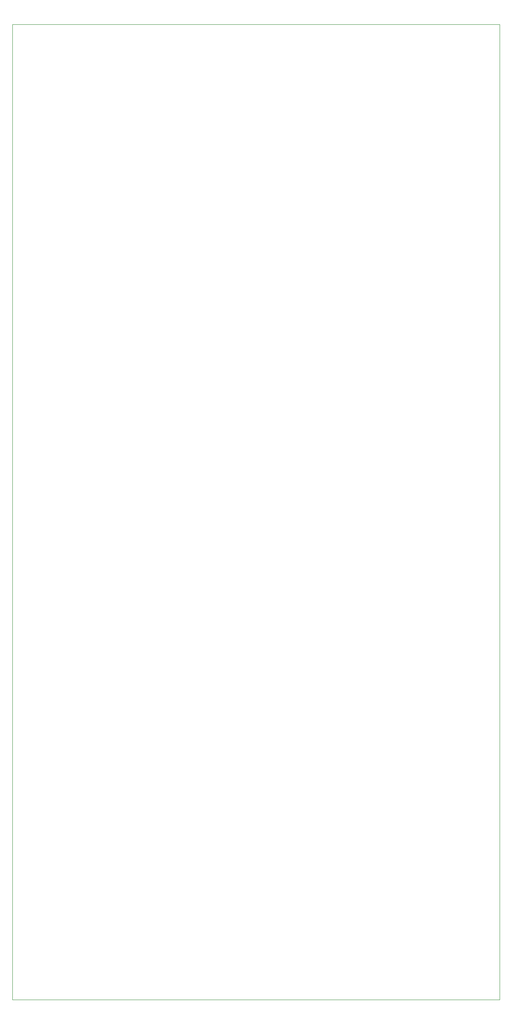
<source format=gbr>
%TF.GenerationSoftware,KiCad,Pcbnew,5.1.8-db9833491~88~ubuntu20.04.1*%
%TF.CreationDate,2020-11-30T22:13:06-05:00*%
%TF.ProjectId,mfos_vclfo_sync-panel,6d666f73-5f76-4636-9c66-6f5f73796e63,rev?*%
%TF.SameCoordinates,Original*%
%TF.FileFunction,Profile,NP*%
%FSLAX46Y46*%
G04 Gerber Fmt 4.6, Leading zero omitted, Abs format (unit mm)*
G04 Created by KiCad (PCBNEW 5.1.8-db9833491~88~ubuntu20.04.1) date 2020-11-30 22:13:06*
%MOMM*%
%LPD*%
G01*
G04 APERTURE LIST*
%TA.AperFunction,Profile*%
%ADD10C,0.050000*%
%TD*%
G04 APERTURE END LIST*
D10*
X25000000Y-180000000D02*
X25000000Y20000000D01*
X125000000Y-180000000D02*
X25000000Y-180000000D01*
X125000000Y20000000D02*
X125000000Y-180000000D01*
X25000000Y20000000D02*
X125000000Y20000000D01*
M02*

</source>
